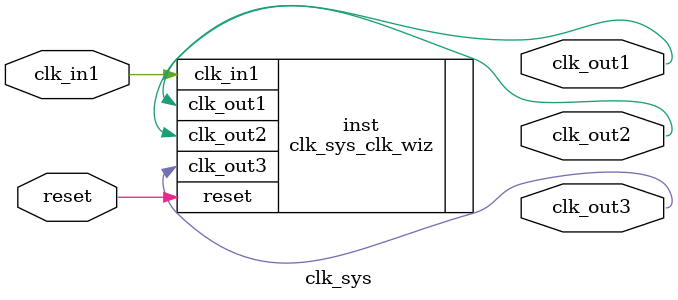
<source format=v>
module clk_sys 
 (
  // Clock out ports
  output        clk_out1,
  output        clk_out2,
  output        clk_out3,
  // Status and control signals
  input         reset,
 // Clock in ports
  input         clk_in1
 );

  clk_sys_clk_wiz inst
  (
  // Clock out ports  
  .clk_out1(clk_out1),
  .clk_out2(clk_out2),
  .clk_out3(clk_out3),
  // Status and control signals               
  .reset(reset), 
 // Clock in ports
  .clk_in1(clk_in1)
  );

endmodule

</source>
